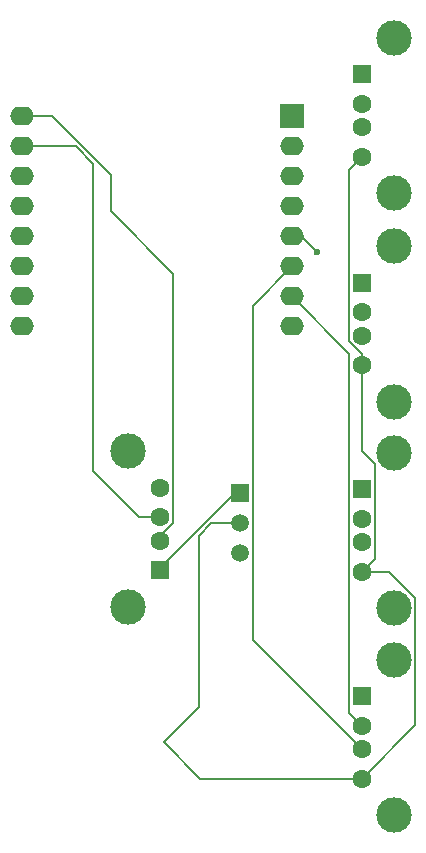
<source format=gbr>
%TF.GenerationSoftware,KiCad,Pcbnew,8.0.6*%
%TF.CreationDate,2024-11-09T17:18:42+01:00*%
%TF.ProjectId,Bridge,42726964-6765-42e6-9b69-6361645f7063,rev?*%
%TF.SameCoordinates,Original*%
%TF.FileFunction,Copper,L1,Top*%
%TF.FilePolarity,Positive*%
%FSLAX46Y46*%
G04 Gerber Fmt 4.6, Leading zero omitted, Abs format (unit mm)*
G04 Created by KiCad (PCBNEW 8.0.6) date 2024-11-09 17:18:42*
%MOMM*%
%LPD*%
G01*
G04 APERTURE LIST*
%TA.AperFunction,ComponentPad*%
%ADD10R,1.500000X1.500000*%
%TD*%
%TA.AperFunction,ComponentPad*%
%ADD11C,1.500000*%
%TD*%
%TA.AperFunction,ComponentPad*%
%ADD12R,1.500000X1.600000*%
%TD*%
%TA.AperFunction,ComponentPad*%
%ADD13C,1.600000*%
%TD*%
%TA.AperFunction,ComponentPad*%
%ADD14C,3.000000*%
%TD*%
%TA.AperFunction,ComponentPad*%
%ADD15R,2.000000X2.000000*%
%TD*%
%TA.AperFunction,ComponentPad*%
%ADD16O,2.000000X1.600000*%
%TD*%
%TA.AperFunction,ViaPad*%
%ADD17C,0.600000*%
%TD*%
%TA.AperFunction,Conductor*%
%ADD18C,0.200000*%
%TD*%
G04 APERTURE END LIST*
D10*
%TO.P,U2,1,Vin*%
%TO.N,Net-(J1-VBUS)*%
X92000000Y-138420000D03*
D11*
%TO.P,U2,2,GND*%
%TO.N,Net-(J1-D-)*%
X92000000Y-140960000D03*
%TO.P,U2,3,Vout*%
%TO.N,Net-(U1-3V3)*%
X92000000Y-143500000D03*
%TD*%
D12*
%TO.P,J5,1,VBUS*%
%TO.N,Net-(J1-VBUS)*%
X102290000Y-155570000D03*
D13*
%TO.P,J5,2,D-*%
%TO.N,Net-(J5-D-)*%
X102290000Y-158070000D03*
%TO.P,J5,3,D+*%
%TO.N,Net-(J5-D+)*%
X102290000Y-160070000D03*
%TO.P,J5,4,GND*%
%TO.N,Net-(J1-D-)*%
X102290000Y-162570000D03*
D14*
%TO.P,J5,5,Shield*%
%TO.N,unconnected-(J5-Shield-Pad5)*%
X105000000Y-152500000D03*
X105000000Y-165640000D03*
%TD*%
D12*
%TO.P,J3,1,VBUS*%
%TO.N,Net-(J1-VBUS)*%
X102290000Y-120570000D03*
D13*
%TO.P,J3,2,D-*%
%TO.N,Net-(J3-D-)*%
X102290000Y-123070000D03*
%TO.P,J3,3,D+*%
%TO.N,Net-(J3-D+)*%
X102290000Y-125070000D03*
%TO.P,J3,4,GND*%
%TO.N,Net-(J1-D-)*%
X102290000Y-127570000D03*
D14*
%TO.P,J3,5,Shield*%
%TO.N,unconnected-(J3-Shield-Pad5)*%
X105000000Y-117500000D03*
X105000000Y-130640000D03*
%TD*%
D12*
%TO.P,J1,1,VBUS*%
%TO.N,Net-(J1-VBUS)*%
X85210000Y-144930000D03*
D13*
%TO.P,J1,2,D-*%
%TO.N,Net-(J1-D-)*%
X85210000Y-142430000D03*
%TO.P,J1,3,D+*%
%TO.N,Net-(J1-D+)*%
X85210000Y-140430000D03*
%TO.P,J1,4,GND*%
%TO.N,Net-(J1-D-)*%
X85210000Y-137930000D03*
D14*
%TO.P,J1,5,Shield*%
%TO.N,unconnected-(J1-Shield-Pad5)*%
X82500000Y-148000000D03*
X82500000Y-134860000D03*
%TD*%
D15*
%TO.P,U1,1,~{RST}*%
%TO.N,unconnected-(U1-~{RST}-Pad1)*%
X96360000Y-106500000D03*
D16*
%TO.P,U1,2,A0*%
%TO.N,unconnected-(U1-A0-Pad2)*%
X96360000Y-109040000D03*
%TO.P,U1,3,D0*%
%TO.N,unconnected-(U1-D0-Pad3)*%
X96360000Y-111580000D03*
%TO.P,U1,4,SCK/D5*%
%TO.N,Net-(J4-D+)*%
X96360000Y-114120000D03*
%TO.P,U1,5,MISO/D6*%
%TO.N,Net-(J4-D-)*%
X96360000Y-116660000D03*
%TO.P,U1,6,MOSI/D7*%
%TO.N,Net-(J5-D+)*%
X96360000Y-119200000D03*
%TO.P,U1,7,CS/D8*%
%TO.N,Net-(J5-D-)*%
X96360000Y-121740000D03*
%TO.P,U1,8,3V3*%
%TO.N,Net-(U1-3V3)*%
X96360000Y-124280000D03*
%TO.P,U1,9,5V*%
%TO.N,unconnected-(U1-5V-Pad9)*%
X73500000Y-124280000D03*
%TO.P,U1,10,GND*%
%TO.N,Net-(J1-D-)*%
X73500000Y-121740000D03*
%TO.P,U1,11,D4*%
%TO.N,Net-(J3-D-)*%
X73500000Y-119200000D03*
%TO.P,U1,12,D3*%
%TO.N,Net-(J3-D+)*%
X73500000Y-116660000D03*
%TO.P,U1,13,SDA/D2*%
%TO.N,Net-(J2-D-)*%
X73500000Y-114120000D03*
%TO.P,U1,14,SCL/D1*%
%TO.N,Net-(J2-D+)*%
X73500000Y-111580000D03*
%TO.P,U1,15,RX*%
%TO.N,Net-(J1-D+)*%
X73500000Y-109040000D03*
%TO.P,U1,16,TX*%
%TO.N,Net-(J1-D-)*%
X73500000Y-106500000D03*
%TD*%
D12*
%TO.P,J4,1,VBUS*%
%TO.N,Net-(J1-VBUS)*%
X102290000Y-138070000D03*
D13*
%TO.P,J4,2,D-*%
%TO.N,Net-(J4-D-)*%
X102290000Y-140570000D03*
%TO.P,J4,3,D+*%
%TO.N,Net-(J4-D+)*%
X102290000Y-142570000D03*
%TO.P,J4,4,GND*%
%TO.N,Net-(J1-D-)*%
X102290000Y-145070000D03*
D14*
%TO.P,J4,5,Shield*%
%TO.N,unconnected-(J4-Shield-Pad5)*%
X105000000Y-135000000D03*
X105000000Y-148140000D03*
%TD*%
D12*
%TO.P,J2,1,VBUS*%
%TO.N,Net-(J1-VBUS)*%
X102290000Y-102930000D03*
D13*
%TO.P,J2,2,D-*%
%TO.N,Net-(J2-D-)*%
X102290000Y-105430000D03*
%TO.P,J2,3,D+*%
%TO.N,Net-(J2-D+)*%
X102290000Y-107430000D03*
%TO.P,J2,4,GND*%
%TO.N,Net-(J1-D-)*%
X102290000Y-109930000D03*
D14*
%TO.P,J2,5,Shield*%
%TO.N,unconnected-(J2-Shield-Pad5)*%
X105000000Y-99860000D03*
X105000000Y-113000000D03*
%TD*%
D17*
%TO.N,Net-(J4-D-)*%
X98500000Y-118000000D03*
%TD*%
D18*
%TO.N,Net-(J1-D+)*%
X79500000Y-136500000D02*
X79500000Y-110500000D01*
X83430000Y-140430000D02*
X79500000Y-136500000D01*
X79500000Y-110500000D02*
X78040000Y-109040000D01*
X85210000Y-140430000D02*
X83430000Y-140430000D01*
X78040000Y-109040000D02*
X73500000Y-109040000D01*
%TO.N,Net-(J5-D+)*%
X93050000Y-122510000D02*
X96360000Y-119200000D01*
X102290000Y-160070000D02*
X93050000Y-150830000D01*
X93050000Y-150830000D02*
X93050000Y-122510000D01*
%TO.N,Net-(J5-D-)*%
X101190000Y-126570000D02*
X96360000Y-121740000D01*
X101190000Y-156970000D02*
X101190000Y-126570000D01*
X102290000Y-158070000D02*
X101190000Y-156970000D01*
%TO.N,Net-(J4-D-)*%
X98500000Y-118000000D02*
X97160000Y-116660000D01*
X97160000Y-116660000D02*
X96360000Y-116660000D01*
%TO.N,Net-(J1-D-)*%
X81000000Y-114500000D02*
X81000000Y-111434314D01*
X76065686Y-106500000D02*
X73500000Y-106500000D01*
X86310000Y-140885635D02*
X86310000Y-119810000D01*
X81000000Y-111434314D02*
X76065686Y-106500000D01*
X88570000Y-162570000D02*
X85500000Y-159500000D01*
X102290000Y-127570000D02*
X102290000Y-126625635D01*
X106800000Y-147300000D02*
X104570000Y-145070000D01*
X102290000Y-162570000D02*
X88570000Y-162570000D01*
X102290000Y-162570000D02*
X106800000Y-158060000D01*
X102290000Y-145070000D02*
X103390000Y-143970000D01*
X102290000Y-126625635D02*
X101190000Y-125525635D01*
X106800000Y-158060000D02*
X106800000Y-147300000D01*
X88500000Y-156500000D02*
X85500000Y-159500000D01*
X103390000Y-135935585D02*
X102290000Y-134835585D01*
X102290000Y-134835585D02*
X102290000Y-127570000D01*
X92000000Y-140960000D02*
X89540000Y-140960000D01*
X86310000Y-119810000D02*
X81000000Y-114500000D01*
X89540000Y-140960000D02*
X88500000Y-142000000D01*
X88500000Y-142000000D02*
X88500000Y-156500000D01*
X85210000Y-142430000D02*
X84765635Y-142430000D01*
X84765635Y-142430000D02*
X86310000Y-140885635D01*
X101190000Y-111030000D02*
X102290000Y-109930000D01*
X104570000Y-145070000D02*
X102290000Y-145070000D01*
X101190000Y-125525635D02*
X101190000Y-111030000D01*
X103390000Y-143970000D02*
X103390000Y-135935585D01*
%TO.N,Net-(J1-VBUS)*%
X85210000Y-144724314D02*
X91514314Y-138420000D01*
X91990000Y-138430000D02*
X92000000Y-138420000D01*
X91580000Y-138000000D02*
X92000000Y-138420000D01*
X91514314Y-138420000D02*
X92000000Y-138420000D01*
X85210000Y-144930000D02*
X85210000Y-144724314D01*
%TD*%
M02*

</source>
